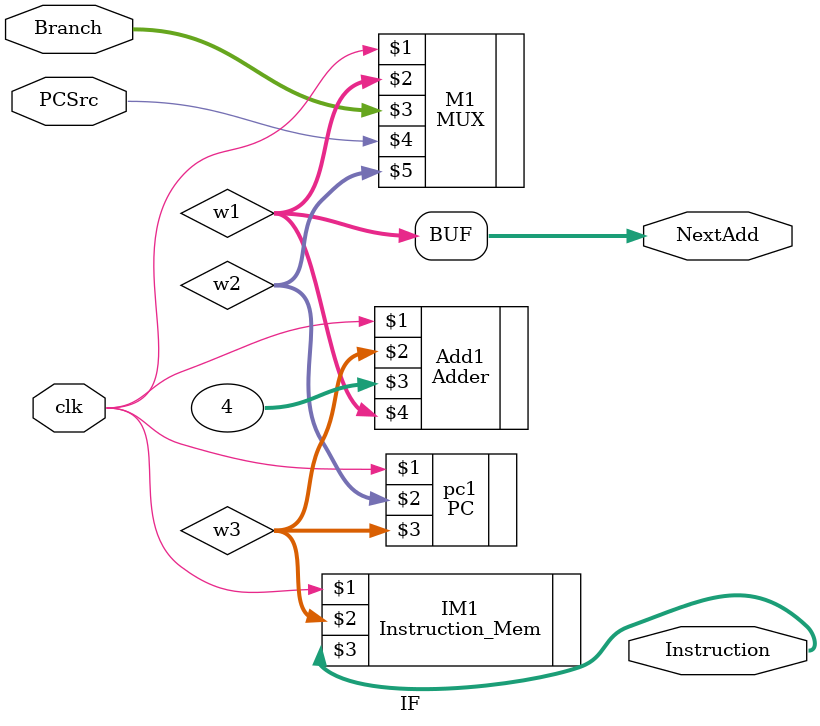
<source format=v>
`timescale 1ns / 1ps


module IF(
    input clk,
    input [31:0]Branch,
    input PCSrc,
    output [31:0] NextAdd,
    output [31:0] Instruction
    );
    
    wire [31:0] w1,w2,w3;
    assign NextAdd = w1;
    
    PC pc1(clk, w2 ,w3);
    MUX M1(clk,w1,Branch,PCSrc,w2);
    Adder Add1(clk,w3,32'h4,w1);
    Instruction_Mem IM1(clk,w3,Instruction);
    
endmodule

</source>
